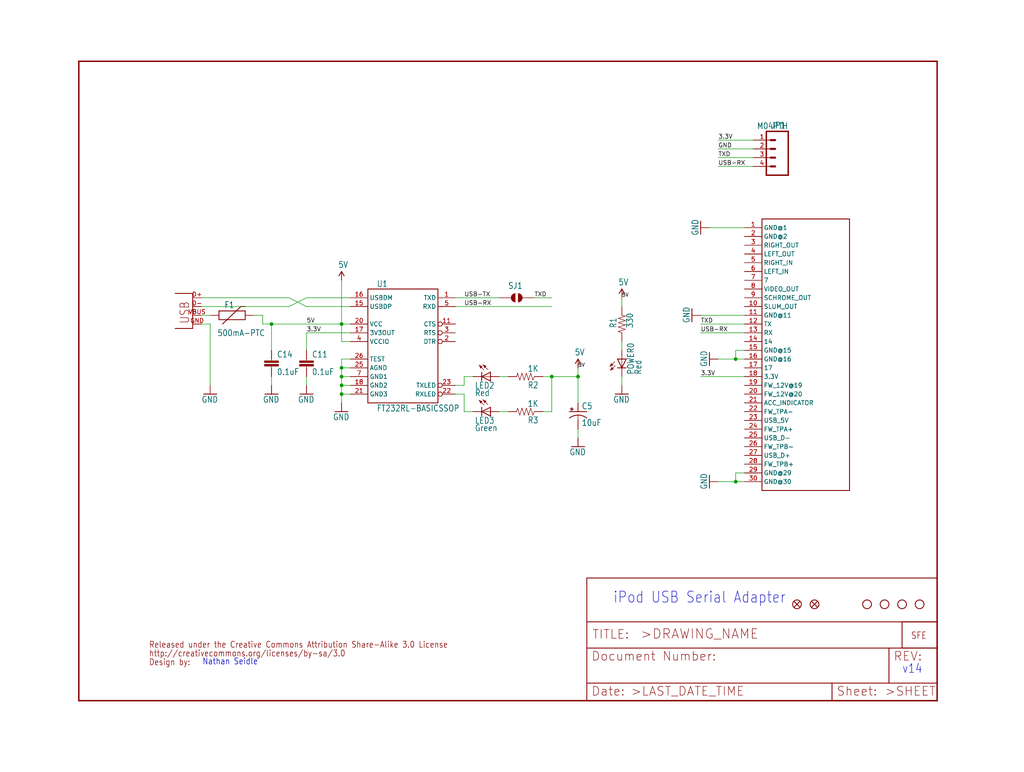
<source format=kicad_sch>
(kicad_sch (version 20211123) (generator eeschema)
  (paper "User" 297.002 223.926)
  (lib_symbols
    (symbol "eagleSchem-eagle-import:5V" (power)
      (property "Value" "5V" (at -1.016 3.556 0))
      (symbol "5V_1_0"
        (polyline (pts (xy 0 2.54) (xy -0.762 1.27)) (stroke (width 0.254)))
        (polyline (pts (xy 0.762 1.27) (xy 0 2.54)) (stroke (width 0.254)))
        (pin power_in line (at 0 0 90) (length 2.54) (name "5V") (number "1"))
      )
    )
    (symbol "eagleSchem-eagle-import:CAP0402"
      (property "Reference" "C" (at 1.524 2.921 0))
      (property "Value" "CAP0402" (at 1.524 -2.159 0))
      (symbol "CAP0402_1_0"
        (rectangle (start -2.032 0.508) (end 2.032 1.016) (fill (type outline)))
        (rectangle (start -2.032 1.524) (end 2.032 2.032) (fill (type outline)))
        (polyline (pts (xy 0 0) (xy 0 0.508)) (stroke (width 0.1524)))
        (polyline (pts (xy 0 2.54) (xy 0 2.032)) (stroke (width 0.1524)))
        (pin passive line (at 0 5.08 270) (length 2.54) (name "1") (number "1"))
        (pin passive line (at 0 -2.54 90) (length 2.54) (name "2") (number "2"))
      )
    )
    (symbol "eagleSchem-eagle-import:CAP_POL1206"
      (property "Reference" "C" (at 1.016 0.635 0))
      (property "Value" "CAP_POL1206" (at 1.016 -4.191 0))
      (symbol "CAP_POL1206_1_0"
        (rectangle (start -2.253 0.668) (end -1.364 0.795) (fill (type outline)))
        (rectangle (start -1.872 0.287) (end -1.745 1.176) (fill (type outline)))
        (arc (start 0 -1.0161) (mid -1.3021 -1.2302) (end -2.4669 -1.8504) (stroke (width 0.254)))
        (polyline (pts (xy -2.54 0) (xy 2.54 0)) (stroke (width 0.254)))
        (polyline (pts (xy 0 -1.016) (xy 0 -2.54)) (stroke (width 0.1524)))
        (arc (start 2.4892 -1.8542) (mid 1.3158 -1.2195) (end 0 -1) (stroke (width 0.254)))
        (pin passive line (at 0 2.54 270) (length 2.54) (name "+") (number "A"))
        (pin passive line (at 0 -5.08 90) (length 2.54) (name "-") (number "C"))
      )
    )
    (symbol "eagleSchem-eagle-import:CREATIVE_COMMONS"
      (symbol "CREATIVE_COMMONS_1_0"
        (text "Design by:" (at 0 0 0) (effects (font (size 1.778 1.5113)) (justify left bottom)))
        (text "http://creativecommons.org/licenses/by-sa/3.0" (at 0 2.54 0) (effects (font (size 1.778 1.5113)) (justify left bottom)))
        (text "Released under the Creative Commons Attribution Share-Alike 3.0 License" (at 0 5.08 0) (effects (font (size 1.778 1.5113)) (justify left bottom)))
      )
    )
    (symbol "eagleSchem-eagle-import:FIDUCIAL1X2"
      (symbol "FIDUCIAL1X2_1_0"
        (polyline (pts (xy -0.762 0.762) (xy 0.762 -0.762)) (stroke (width 0.254)))
        (polyline (pts (xy 0.762 0.762) (xy -0.762 -0.762)) (stroke (width 0.254)))
        (circle (center 0 0) (radius 1.27) (stroke (width 0.254)))
      )
    )
    (symbol "eagleSchem-eagle-import:FRAME-LETTER"
      (symbol "FRAME-LETTER_1_0"
        (polyline (pts (xy 0 0) (xy 248.92 0)) (stroke (width 0.4064)))
        (polyline (pts (xy 0 185.42) (xy 0 0)) (stroke (width 0.4064)))
        (polyline (pts (xy 0 185.42) (xy 248.92 185.42)) (stroke (width 0.4064)))
        (polyline (pts (xy 248.92 185.42) (xy 248.92 0)) (stroke (width 0.4064)))
      )
      (symbol "FRAME-LETTER_2_0"
        (polyline (pts (xy 0 0) (xy 0 5.08)) (stroke (width 0.254)))
        (polyline (pts (xy 0 0) (xy 71.12 0)) (stroke (width 0.254)))
        (polyline (pts (xy 0 5.08) (xy 0 15.24)) (stroke (width 0.254)))
        (polyline (pts (xy 0 5.08) (xy 71.12 5.08)) (stroke (width 0.254)))
        (polyline (pts (xy 0 15.24) (xy 0 22.86)) (stroke (width 0.254)))
        (polyline (pts (xy 0 22.86) (xy 0 35.56)) (stroke (width 0.254)))
        (polyline (pts (xy 0 22.86) (xy 101.6 22.86)) (stroke (width 0.254)))
        (polyline (pts (xy 71.12 0) (xy 101.6 0)) (stroke (width 0.254)))
        (polyline (pts (xy 71.12 5.08) (xy 71.12 0)) (stroke (width 0.254)))
        (polyline (pts (xy 71.12 5.08) (xy 87.63 5.08)) (stroke (width 0.254)))
        (polyline (pts (xy 87.63 5.08) (xy 101.6 5.08)) (stroke (width 0.254)))
        (polyline (pts (xy 87.63 15.24) (xy 0 15.24)) (stroke (width 0.254)))
        (polyline (pts (xy 87.63 15.24) (xy 87.63 5.08)) (stroke (width 0.254)))
        (polyline (pts (xy 101.6 5.08) (xy 101.6 0)) (stroke (width 0.254)))
        (polyline (pts (xy 101.6 15.24) (xy 87.63 15.24)) (stroke (width 0.254)))
        (polyline (pts (xy 101.6 15.24) (xy 101.6 5.08)) (stroke (width 0.254)))
        (polyline (pts (xy 101.6 22.86) (xy 101.6 15.24)) (stroke (width 0.254)))
        (polyline (pts (xy 101.6 35.56) (xy 0 35.56)) (stroke (width 0.254)))
        (polyline (pts (xy 101.6 35.56) (xy 101.6 22.86)) (stroke (width 0.254)))
        (text ">DRAWING_NAME" (at 15.494 17.78 0) (effects (font (size 2.7432 2.7432)) (justify left bottom)))
        (text ">LAST_DATE_TIME" (at 12.7 1.27 0) (effects (font (size 2.54 2.54)) (justify left bottom)))
        (text ">SHEET" (at 86.36 1.27 0) (effects (font (size 2.54 2.54)) (justify left bottom)))
        (text "Date:" (at 1.27 1.27 0) (effects (font (size 2.54 2.54)) (justify left bottom)))
        (text "Document Number:" (at 1.27 11.43 0) (effects (font (size 2.54 2.54)) (justify left bottom)))
        (text "REV:" (at 88.9 11.43 0) (effects (font (size 2.54 2.54)) (justify left bottom)))
        (text "Sheet:" (at 72.39 1.27 0) (effects (font (size 2.54 2.54)) (justify left bottom)))
        (text "TITLE:" (at 1.524 17.78 0) (effects (font (size 2.54 2.54)) (justify left bottom)))
      )
    )
    (symbol "eagleSchem-eagle-import:FT232RL-BASICSSOP"
      (property "Value" "FT232RL-BASICSSOP" (at -7.62 -20.32 0))
      (symbol "FT232RL-BASICSSOP_1_0"
        (polyline (pts (xy -10.16 -17.78) (xy -10.16 15.24)) (stroke (width 0.254)))
        (polyline (pts (xy -10.16 15.24) (xy 10.16 15.24)) (stroke (width 0.254)))
        (polyline (pts (xy 10.16 -17.78) (xy -10.16 -17.78)) (stroke (width 0.254)))
        (polyline (pts (xy 10.16 15.24) (xy 10.16 -17.78)) (stroke (width 0.254)))
        (pin output line (at 15.24 12.7 180) (length 5.08) (name "TXD") (number "1"))
        (pin bidirectional inverted (at 15.24 5.08 180) (length 5.08) (name "CTS") (number "11"))
        (pin bidirectional line (at -15.24 10.16 0) (length 5.08) (name "USBDP") (number "15"))
        (pin bidirectional line (at -15.24 12.7 0) (length 5.08) (name "USBDM") (number "16"))
        (pin output line (at -15.24 2.54 0) (length 5.08) (name "3V3OUT") (number "17"))
        (pin power_in line (at -15.24 -12.7 0) (length 5.08) (name "GND2") (number "18"))
        (pin bidirectional inverted (at 15.24 0 180) (length 5.08) (name "DTR") (number "2"))
        (pin power_in line (at -15.24 5.08 0) (length 5.08) (name "VCC") (number "20"))
        (pin power_in line (at -15.24 -15.24 0) (length 5.08) (name "GND3") (number "21"))
        (pin bidirectional inverted (at 15.24 -15.24 180) (length 5.08) (name "RXLED") (number "22"))
        (pin bidirectional inverted (at 15.24 -12.7 180) (length 5.08) (name "TXLED") (number "23"))
        (pin power_in line (at -15.24 -7.62 0) (length 5.08) (name "AGND") (number "25"))
        (pin input line (at -15.24 -5.08 0) (length 5.08) (name "TEST") (number "26"))
        (pin bidirectional inverted (at 15.24 2.54 180) (length 5.08) (name "RTS") (number "3"))
        (pin power_in line (at -15.24 0 0) (length 5.08) (name "VCCIO") (number "4"))
        (pin input line (at 15.24 10.16 180) (length 5.08) (name "RXD") (number "5"))
        (pin power_in line (at -15.24 -10.16 0) (length 5.08) (name "GND1") (number "7"))
      )
    )
    (symbol "eagleSchem-eagle-import:GND" (power)
      (property "Value" "GND" (at -2.54 -2.54 0))
      (symbol "GND_1_0"
        (polyline (pts (xy -1.905 0) (xy 1.905 0)) (stroke (width 0.254)))
        (pin power_in line (at 0 2.54 270) (length 2.54) (name "GND") (number "1"))
      )
    )
    (symbol "eagleSchem-eagle-import:IPOD_CONNECTOR_FEMALE"
      (symbol "IPOD_CONNECTOR_FEMALE_1_0"
        (polyline (pts (xy -12.7 -40.64) (xy 12.7 -40.64)) (stroke (width 0.254)))
        (polyline (pts (xy -12.7 38.1) (xy -12.7 -40.64)) (stroke (width 0.254)))
        (polyline (pts (xy 12.7 -40.64) (xy 12.7 38.1)) (stroke (width 0.254)))
        (polyline (pts (xy 12.7 38.1) (xy -12.7 38.1)) (stroke (width 0.254)))
        (pin bidirectional line (at -17.78 35.56 0) (length 5.08) (name "GND@1") (number "1"))
        (pin bidirectional line (at -17.78 12.7 0) (length 5.08) (name "SLUM_OUT") (number "10"))
        (pin bidirectional line (at -17.78 10.16 0) (length 5.08) (name "GND@11") (number "11"))
        (pin bidirectional line (at -17.78 7.62 0) (length 5.08) (name "TX") (number "12"))
        (pin bidirectional line (at -17.78 5.08 0) (length 5.08) (name "RX") (number "13"))
        (pin bidirectional line (at -17.78 2.54 0) (length 5.08) (name "14") (number "14"))
        (pin bidirectional line (at -17.78 0 0) (length 5.08) (name "GND@15") (number "15"))
        (pin bidirectional line (at -17.78 -2.54 0) (length 5.08) (name "GND@16") (number "16"))
        (pin bidirectional line (at -17.78 -5.08 0) (length 5.08) (name "17") (number "17"))
        (pin bidirectional line (at -17.78 -7.62 0) (length 5.08) (name "3.3V") (number "18"))
        (pin bidirectional line (at -17.78 -10.16 0) (length 5.08) (name "FW_12V@19") (number "19"))
        (pin bidirectional line (at -17.78 33.02 0) (length 5.08) (name "GND@2") (number "2"))
        (pin bidirectional line (at -17.78 -12.7 0) (length 5.08) (name "FW_12V@20") (number "20"))
        (pin bidirectional line (at -17.78 -15.24 0) (length 5.08) (name "ACC_INDICATOR") (number "21"))
        (pin bidirectional line (at -17.78 -17.78 0) (length 5.08) (name "FW_TPA-") (number "22"))
        (pin bidirectional line (at -17.78 -20.32 0) (length 5.08) (name "USB_5V") (number "23"))
        (pin bidirectional line (at -17.78 -22.86 0) (length 5.08) (name "FW_TPA+") (number "24"))
        (pin bidirectional line (at -17.78 -25.4 0) (length 5.08) (name "USB_D-") (number "25"))
        (pin bidirectional line (at -17.78 -27.94 0) (length 5.08) (name "FW_TPB-") (number "26"))
        (pin bidirectional line (at -17.78 -30.48 0) (length 5.08) (name "USB_D+") (number "27"))
        (pin bidirectional line (at -17.78 -33.02 0) (length 5.08) (name "FW_TPB+") (number "28"))
        (pin bidirectional line (at -17.78 -35.56 0) (length 5.08) (name "GND@29") (number "29"))
        (pin bidirectional line (at -17.78 30.48 0) (length 5.08) (name "RIGHT_OUT") (number "3"))
        (pin bidirectional line (at -17.78 -38.1 0) (length 5.08) (name "GND@30") (number "30"))
        (pin bidirectional line (at -17.78 27.94 0) (length 5.08) (name "LEFT_OUT") (number "4"))
        (pin bidirectional line (at -17.78 25.4 0) (length 5.08) (name "RIGHT_IN") (number "5"))
        (pin bidirectional line (at -17.78 22.86 0) (length 5.08) (name "LEFT_IN") (number "6"))
        (pin bidirectional line (at -17.78 20.32 0) (length 5.08) (name "7") (number "7"))
        (pin bidirectional line (at -17.78 17.78 0) (length 5.08) (name "VIDEO_OUT") (number "8"))
        (pin bidirectional line (at -17.78 15.24 0) (length 5.08) (name "SCHROME_OUT") (number "9"))
      )
    )
    (symbol "eagleSchem-eagle-import:LED0603"
      (property "Reference" "LED" (at 3.556 -4.572 90))
      (property "Value" "LED0603" (at 5.715 -4.572 90))
      (symbol "LED0603_1_0"
        (polyline (pts (xy -2.032 -0.762) (xy -3.429 -2.159)) (stroke (width 0.1524)))
        (polyline (pts (xy -1.905 -1.905) (xy -3.302 -3.302)) (stroke (width 0.1524)))
        (polyline (pts (xy 0 -2.54) (xy -1.27 -2.54)) (stroke (width 0.254)))
        (polyline (pts (xy 0 -2.54) (xy -1.27 0)) (stroke (width 0.254)))
        (polyline (pts (xy 0 0) (xy -1.27 0)) (stroke (width 0.254)))
        (polyline (pts (xy 0 0) (xy 0 -2.54)) (stroke (width 0.1524)))
        (polyline (pts (xy 1.27 -2.54) (xy 0 -2.54)) (stroke (width 0.254)))
        (polyline (pts (xy 1.27 0) (xy 0 -2.54)) (stroke (width 0.254)))
        (polyline (pts (xy 1.27 0) (xy 0 0)) (stroke (width 0.254)))
        (polyline (pts (xy -3.429 -2.159) (xy -3.048 -1.27) (xy -2.54 -1.778)) (fill (type outline)))
        (polyline (pts (xy -3.302 -3.302) (xy -2.921 -2.413) (xy -2.413 -2.921)) (fill (type outline)))
        (pin passive line (at 0 2.54 270) (length 2.54) (name "A") (number "A"))
        (pin passive line (at 0 -5.08 90) (length 2.54) (name "C") (number "C"))
      )
    )
    (symbol "eagleSchem-eagle-import:LOGO-SFENEW"
      (symbol "LOGO-SFENEW_1_0"
        (polyline (pts (xy -2.54 -2.54) (xy 7.62 -2.54)) (stroke (width 0.254)))
        (polyline (pts (xy -2.54 5.08) (xy -2.54 -2.54)) (stroke (width 0.254)))
        (polyline (pts (xy 7.62 -2.54) (xy 7.62 5.08)) (stroke (width 0.254)))
        (polyline (pts (xy 7.62 5.08) (xy -2.54 5.08)) (stroke (width 0.254)))
        (text "SFE" (at 0 0 0) (effects (font (size 1.9304 1.6408)) (justify left bottom)))
      )
    )
    (symbol "eagleSchem-eagle-import:M04PTH"
      (property "Reference" "JP" (at -5.08 8.382 0))
      (property "Value" "M04PTH" (at -5.08 -7.62 0))
      (symbol "M04PTH_1_0"
        (polyline (pts (xy -5.08 7.62) (xy -5.08 -5.08)) (stroke (width 0.4064)))
        (polyline (pts (xy -5.08 7.62) (xy 1.27 7.62)) (stroke (width 0.4064)))
        (polyline (pts (xy -1.27 -2.54) (xy 0 -2.54)) (stroke (width 0.6096)))
        (polyline (pts (xy -1.27 0) (xy 0 0)) (stroke (width 0.6096)))
        (polyline (pts (xy -1.27 2.54) (xy 0 2.54)) (stroke (width 0.6096)))
        (polyline (pts (xy -1.27 5.08) (xy 0 5.08)) (stroke (width 0.6096)))
        (polyline (pts (xy 1.27 -5.08) (xy -5.08 -5.08)) (stroke (width 0.4064)))
        (polyline (pts (xy 1.27 -5.08) (xy 1.27 7.62)) (stroke (width 0.4064)))
        (pin passive line (at 5.08 -2.54 180) (length 5.08) (name "1") (number "1"))
        (pin passive line (at 5.08 0 180) (length 5.08) (name "2") (number "2"))
        (pin passive line (at 5.08 2.54 180) (length 5.08) (name "3") (number "3"))
        (pin passive line (at 5.08 5.08 180) (length 5.08) (name "4") (number "4"))
      )
    )
    (symbol "eagleSchem-eagle-import:PTCSMD"
      (property "Reference" "F" (at -2.54 3.048 0))
      (property "Value" "PTCSMD" (at -3.302 -5.08 0))
      (symbol "PTCSMD_1_0"
        (polyline (pts (xy -2.54 -1.27) (xy -2.54 1.27)) (stroke (width 0.254)))
        (polyline (pts (xy -2.54 1.27) (xy 5.08 1.27)) (stroke (width 0.254)))
        (polyline (pts (xy -1.524 -2.54) (xy 3.81 2.54)) (stroke (width 0.254)))
        (polyline (pts (xy 3.81 2.54) (xy 5.08 2.54)) (stroke (width 0.254)))
        (polyline (pts (xy 5.08 -1.27) (xy -2.54 -1.27)) (stroke (width 0.254)))
        (polyline (pts (xy 5.08 1.27) (xy 5.08 -1.27)) (stroke (width 0.254)))
        (pin bidirectional line (at -5.08 0 0) (length 2.54) (name "1") (number "1"))
        (pin bidirectional line (at 7.62 0 180) (length 2.54) (name "2") (number "2"))
      )
    )
    (symbol "eagleSchem-eagle-import:RESISTOR0402"
      (property "Reference" "R" (at -3.81 1.4986 0))
      (property "Value" "RESISTOR0402" (at -3.81 -3.302 0))
      (symbol "RESISTOR0402_1_0"
        (polyline (pts (xy -2.54 0) (xy -2.159 1.016)) (stroke (width 0.1524)))
        (polyline (pts (xy -2.159 1.016) (xy -1.524 -1.016)) (stroke (width 0.1524)))
        (polyline (pts (xy -1.524 -1.016) (xy -0.889 1.016)) (stroke (width 0.1524)))
        (polyline (pts (xy -0.889 1.016) (xy -0.254 -1.016)) (stroke (width 0.1524)))
        (polyline (pts (xy -0.254 -1.016) (xy 0.381 1.016)) (stroke (width 0.1524)))
        (polyline (pts (xy 0.381 1.016) (xy 1.016 -1.016)) (stroke (width 0.1524)))
        (polyline (pts (xy 1.016 -1.016) (xy 1.651 1.016)) (stroke (width 0.1524)))
        (polyline (pts (xy 1.651 1.016) (xy 2.286 -1.016)) (stroke (width 0.1524)))
        (polyline (pts (xy 2.286 -1.016) (xy 2.54 0)) (stroke (width 0.1524)))
        (pin passive line (at -5.08 0 0) (length 2.54) (name "1") (number "1"))
        (pin passive line (at 5.08 0 180) (length 2.54) (name "2") (number "2"))
      )
    )
    (symbol "eagleSchem-eagle-import:SOLDERJUMPERNC2"
      (property "Reference" "SJ" (at -2.54 2.54 0))
      (symbol "SOLDERJUMPERNC2_1_0"
        (arc (start -0.381 1.2699) (mid -1.6508 0) (end -0.381 -1.2699) (stroke (width 0.0001)) (fill (type outline)))
        (polyline (pts (xy -2.54 0) (xy -1.651 0)) (stroke (width 0.1524)))
        (polyline (pts (xy 2.54 0) (xy 1.651 0)) (stroke (width 0.1524)))
        (arc (start 0.381 -1.2699) (mid 1.6508 0) (end 0.381 1.2699) (stroke (width 0.0001)) (fill (type outline)))
        (pin passive line (at -5.08 0 0) (length 2.54) (name "1") (number "1"))
        (pin passive line (at 5.08 0 180) (length 2.54) (name "2") (number "2"))
      )
    )
    (symbol "eagleSchem-eagle-import:STAND-OFF"
      (symbol "STAND-OFF_1_0"
        (circle (center 0 0) (radius 1.27) (stroke (width 0.254)))
      )
    )
    (symbol "eagleSchem-eagle-import:USBSMD"
      (symbol "USBSMD_1_0"
        (polyline (pts (xy 0 -1.27) (xy 5.08 -1.27)) (stroke (width 0.254)))
        (polyline (pts (xy 0 8.89) (xy 0 -1.27)) (stroke (width 0.254)))
        (polyline (pts (xy 5.08 8.89) (xy 0 8.89)) (stroke (width 0.254)))
        (text "USB" (at 3.81 0 900) (effects (font (size 2.54 2.159)) (justify left bottom)))
        (pin bidirectional line (at -2.54 7.62 0) (length 2.54) (name "D+") (number "D+"))
        (pin bidirectional line (at -2.54 5.08 0) (length 2.54) (name "D-") (number "D-"))
        (pin bidirectional line (at -2.54 0 0) (length 2.54) (name "GND") (number "GND"))
        (pin bidirectional line (at -2.54 2.54 0) (length 2.54) (name "VBUS") (number "VBUS"))
      )
    )
    (symbol "eagleSchem-eagle-import:VCC" (power)
      (property "Value" "VCC" (at -1.016 3.556 0))
      (symbol "VCC_1_0"
        (polyline (pts (xy 0 2.54) (xy -0.762 1.27)) (stroke (width 0.254)))
        (polyline (pts (xy 0.762 1.27) (xy 0 2.54)) (stroke (width 0.254)))
        (pin power_in line (at 0 0 90) (length 2.54) (name "VCC") (number "1"))
      )
    )
  )
  (junction (at 99.06 109.22))
  (junction (at 99.06 106.68))
  (junction (at 160.02 109.22))
  (junction (at 78.74 93.98))
  (junction (at 213.36 104.14))
  (junction (at 167.64 109.22))
  (junction (at 213.36 139.7))
  (junction (at 99.06 114.3))
  (junction (at 99.06 111.76))
  (junction (at 99.06 93.98))
  (wire (pts (xy 205.74 66.04) (xy 215.9 66.04)))
  (wire (pts (xy 132.08 86.36) (xy 144.78 86.36)))
  (wire (pts (xy 99.06 99.06) (xy 99.06 93.98)))
  (wire (pts (xy 215.9 139.7) (xy 213.36 139.7)))
  (wire (pts (xy 180.34 101.6) (xy 180.34 99.06)))
  (wire (pts (xy 134.62 109.22) (xy 134.62 111.76)))
  (wire (pts (xy 167.64 109.22) (xy 167.64 116.84)))
  (wire (pts (xy 160.02 109.22) (xy 157.48 109.22)))
  (wire (pts (xy 99.06 104.14) (xy 99.06 106.68)))
  (wire (pts (xy 215.9 101.6) (xy 213.36 101.6)))
  (wire (pts (xy 180.34 111.76) (xy 180.34 109.22)))
  (wire (pts (xy 60.96 93.98) (xy 60.96 111.76)))
  (wire (pts (xy 101.6 111.76) (xy 99.06 111.76)))
  (wire (pts (xy 134.62 111.76) (xy 132.08 111.76)))
  (wire (pts (xy 88.9 111.76) (xy 88.9 109.22)))
  (wire (pts (xy 215.9 104.14) (xy 213.36 104.14)))
  (wire (pts (xy 160.02 119.38) (xy 160.02 109.22)))
  (wire (pts (xy 99.06 106.68) (xy 99.06 109.22)))
  (wire (pts (xy 213.36 101.6) (xy 213.36 104.14)))
  (wire (pts (xy 147.32 119.38) (xy 144.78 119.38)))
  (wire (pts (xy 78.74 101.6) (xy 78.74 93.98)))
  (wire (pts (xy 76.2 93.98) (xy 78.74 93.98)))
  (wire (pts (xy 76.2 91.44) (xy 76.2 93.98)))
  (wire (pts (xy 215.9 137.16) (xy 213.36 137.16)))
  (wire (pts (xy 83.82 88.9) (xy 88.9 86.36)))
  (wire (pts (xy 218.44 43.18) (xy 208.28 43.18)))
  (wire (pts (xy 99.06 114.3) (xy 99.06 116.84)))
  (wire (pts (xy 88.9 96.52) (xy 88.9 101.6)))
  (wire (pts (xy 101.6 99.06) (xy 99.06 99.06)))
  (wire (pts (xy 101.6 106.68) (xy 99.06 106.68)))
  (wire (pts (xy 160.02 109.22) (xy 167.64 109.22)))
  (wire (pts (xy 101.6 114.3) (xy 99.06 114.3)))
  (wire (pts (xy 134.62 119.38) (xy 137.16 119.38)))
  (wire (pts (xy 101.6 104.14) (xy 99.06 104.14)))
  (wire (pts (xy 167.64 106.68) (xy 167.64 109.22)))
  (wire (pts (xy 88.9 86.36) (xy 101.6 86.36)))
  (wire (pts (xy 218.44 45.72) (xy 208.28 45.72)))
  (wire (pts (xy 213.36 139.7) (xy 208.28 139.7)))
  (wire (pts (xy 218.44 40.64) (xy 208.28 40.64)))
  (wire (pts (xy 180.34 86.36) (xy 180.34 88.9)))
  (wire (pts (xy 213.36 104.14) (xy 208.28 104.14)))
  (wire (pts (xy 99.06 111.76) (xy 99.06 114.3)))
  (wire (pts (xy 215.9 96.52) (xy 203.2 96.52)))
  (wire (pts (xy 215.9 109.22) (xy 203.2 109.22)))
  (wire (pts (xy 134.62 114.3) (xy 134.62 119.38)))
  (wire (pts (xy 99.06 93.98) (xy 99.06 81.28)))
  (wire (pts (xy 132.08 88.9) (xy 160.02 88.9)))
  (wire (pts (xy 99.06 93.98) (xy 101.6 93.98)))
  (wire (pts (xy 218.44 48.26) (xy 208.28 48.26)))
  (wire (pts (xy 58.42 91.44) (xy 60.96 91.44)))
  (wire (pts (xy 101.6 109.22) (xy 99.06 109.22)))
  (wire (pts (xy 83.82 86.36) (xy 88.9 88.9)))
  (wire (pts (xy 213.36 137.16) (xy 213.36 139.7)))
  (wire (pts (xy 215.9 93.98) (xy 203.2 93.98)))
  (wire (pts (xy 154.94 86.36) (xy 160.02 86.36)))
  (wire (pts (xy 78.74 93.98) (xy 99.06 93.98)))
  (wire (pts (xy 58.42 86.36) (xy 83.82 86.36)))
  (wire (pts (xy 58.42 93.98) (xy 60.96 93.98)))
  (wire (pts (xy 167.64 124.46) (xy 167.64 127)))
  (wire (pts (xy 101.6 96.52) (xy 88.9 96.52)))
  (wire (pts (xy 157.48 119.38) (xy 160.02 119.38)))
  (wire (pts (xy 99.06 109.22) (xy 99.06 111.76)))
  (wire (pts (xy 58.42 88.9) (xy 83.82 88.9)))
  (wire (pts (xy 78.74 111.76) (xy 78.74 109.22)))
  (wire (pts (xy 73.66 91.44) (xy 76.2 91.44)))
  (wire (pts (xy 147.32 109.22) (xy 144.78 109.22)))
  (wire (pts (xy 215.9 91.44) (xy 203.2 91.44)))
  (wire (pts (xy 137.16 109.22) (xy 134.62 109.22)))
  (wire (pts (xy 132.08 114.3) (xy 134.62 114.3)))
  (wire (pts (xy 88.9 88.9) (xy 101.6 88.9)))
  (text "v14" (at 261.62 195.58 180) (effects (font (size 2.54 2.159)) (justify left bottom)))
  (text "Nathan Seidle" (at 58.674 193.04 180) (effects (font (size 1.778 1.5113)) (justify left bottom)))
  (text "iPod USB Serial Adapter" (at 177.8 175.26 180) (effects (font (size 3.175 2.6987)) (justify left bottom)))
  (label "5V" (at 167.64 106.68 0) (effects (font (size 1.016 1.016))))
  (label "USB-RX" (at 134.62 88.9 0) (effects (font (size 1.2446 1.2446))))
  (label "TXD" (at 203.2 93.98 0) (effects (font (size 1.2446 1.2446))))
  (label "3.3V" (at 203.2 109.22 0) (effects (font (size 1.2446 1.2446))))
  (label "GND" (at 208.28 43.18 0) (effects (font (size 1.2446 1.2446))))
  (label "3.3V" (at 88.9 96.52 0) (effects (font (size 1.2446 1.2446))))
  (label "5V" (at 180.34 86.36 0) (effects (font (size 1.016 1.016))))
  (label "USB-TX" (at 134.62 86.36 0) (effects (font (size 1.2446 1.2446))))
  (label "USB-RX" (at 203.2 96.52 0) (effects (font (size 1.2446 1.2446))))
  (label "TXD" (at 208.28 45.72 0) (effects (font (size 1.2446 1.2446))))
  (label "TXD" (at 154.94 86.36 0) (effects (font (size 1.2446 1.2446))))
  (label "USB-RX" (at 208.28 48.26 0) (effects (font (size 1.2446 1.2446))))
  (label "3.3V" (at 208.28 40.64 0) (effects (font (size 1.2446 1.2446))))
  (label "5V" (at 88.9 93.98 0) (effects (font (size 1.2446 1.2446))))
  (symbol (lib_id "eagleSchem-eagle-import:STAND-OFF") (at 251.46 175.26 0) (unit 1)
    (property "Reference" "U$7" (effects hide))
    (property "Value" "STAND-OFF" (effects hide))
    (property "Footprint" "eagleSchem:STAND-OFF" (effects hide))
  )
  (symbol (lib_id "eagleSchem-eagle-import:FIDUCIAL1X2") (at 236.22 175.26 0) (unit 1)
    (property "Reference" "U$8" (effects hide))
    (property "Value" "FIDUCIAL1X2" (effects hide))
    (property "Footprint" "eagleSchem:FIDUCIAL-1X2" (effects hide))
  )
  (symbol (lib_id "eagleSchem-eagle-import:RESISTOR0402") (at 152.4 119.38 180) (unit 1)
    (property "Reference" "R3" (at 156.21 120.8786 0) (effects (font (size 1.778 1.5113)) (justify left bottom)))
    (property "Value" "1K" (at 156.21 116.078 0) (effects (font (size 1.778 1.5113)) (justify left bottom)))
    (property "Footprint" "eagleSchem:C0402" (effects hide))
  )
  (symbol (lib_id "eagleSchem-eagle-import:FIDUCIAL1X2") (at 231.14 175.26 0) (unit 1)
    (property "Reference" "U$4" (effects hide))
    (property "Value" "FIDUCIAL1X2" (effects hide))
    (property "Footprint" "eagleSchem:FIDUCIAL-1X2" (effects hide))
  )
  (symbol (lib_id "eagleSchem-eagle-import:M04PTH") (at 223.52 43.18 180) (unit 1)
    (property "Reference" "JP1" (at 223.52 37.338 0) (effects (font (size 1.778 1.5113)) (justify right top)))
    (property "Value" "M04PTH" (at 228.6 35.56 0) (effects (font (size 1.778 1.5113)) (justify left bottom)))
    (property "Footprint" "eagleSchem:1X04" (effects hide))
  )
  (symbol (lib_id "eagleSchem-eagle-import:GND") (at 60.96 114.3 0) (unit 1)
    (property "Reference" "#GND18" (effects hide))
    (property "Value" "GND" (at 58.42 116.84 0) (effects (font (size 1.778 1.5113)) (justify left bottom)))
    (property "Footprint" "eagleSchem:" (effects hide))
  )
  (symbol (lib_id "eagleSchem-eagle-import:CAP_POL1206") (at 167.64 119.38 0) (unit 1)
    (property "Reference" "C5" (at 168.656 118.745 0) (effects (font (size 1.778 1.5113)) (justify left bottom)))
    (property "Value" "10uF" (at 168.656 123.571 0) (effects (font (size 1.778 1.5113)) (justify left bottom)))
    (property "Footprint" "eagleSchem:EIA3216" (effects hide))
  )
  (symbol (lib_id "eagleSchem-eagle-import:FT232RL-BASICSSOP") (at 116.84 99.06 0) (unit 1)
    (property "Reference" "U1" (at 109.22 83.312 0) (effects (font (size 1.778 1.5113)) (justify left bottom)))
    (property "Value" "FT232RL-BASICSSOP" (at 109.22 119.38 0) (effects (font (size 1.778 1.5113)) (justify left bottom)))
    (property "Footprint" "eagleSchem:SSOP28DB" (effects hide))
  )
  (symbol (lib_id "eagleSchem-eagle-import:GND") (at 203.2 66.04 270) (unit 1)
    (property "Reference" "#GND8" (effects hide))
    (property "Value" "GND" (at 200.66 63.5 0) (effects (font (size 1.778 1.5113)) (justify left bottom)))
    (property "Footprint" "eagleSchem:" (effects hide))
  )
  (symbol (lib_id "eagleSchem-eagle-import:FRAME-LETTER") (at 170.18 203.2 0) (unit 2)
    (property "Reference" "#FRAME1" (effects hide))
    (property "Value" "FRAME-LETTER" (effects hide))
    (property "Footprint" "eagleSchem:" (effects hide))
  )
  (symbol (lib_id "eagleSchem-eagle-import:GND") (at 205.74 139.7 270) (unit 1)
    (property "Reference" "#GND7" (effects hide))
    (property "Value" "GND" (at 203.2 137.16 0) (effects (font (size 1.778 1.5113)) (justify left bottom)))
    (property "Footprint" "eagleSchem:" (effects hide))
  )
  (symbol (lib_id "eagleSchem-eagle-import:LED0603") (at 180.34 104.14 0) (unit 1)
    (property "Reference" "POWER0" (at 183.896 108.712 90) (effects (font (size 1.778 1.5113)) (justify left bottom)))
    (property "Value" "Red" (at 186.055 108.712 90) (effects (font (size 1.778 1.5113)) (justify left bottom)))
    (property "Footprint" "eagleSchem:LED-0603" (effects hide))
  )
  (symbol (lib_id "eagleSchem-eagle-import:GND") (at 78.74 114.3 0) (unit 1)
    (property "Reference" "#GND27" (effects hide))
    (property "Value" "GND" (at 76.2 116.84 0) (effects (font (size 1.778 1.5113)) (justify left bottom)))
    (property "Footprint" "eagleSchem:" (effects hide))
  )
  (symbol (lib_id "eagleSchem-eagle-import:VCC") (at 167.64 106.68 0) (unit 1)
    (property "Reference" "#P+3" (effects hide))
    (property "Value" "5V" (at 166.624 103.124 0) (effects (font (size 1.778 1.5113)) (justify left bottom)))
    (property "Footprint" "eagleSchem:" (effects hide))
  )
  (symbol (lib_id "eagleSchem-eagle-import:IPOD_CONNECTOR_FEMALE") (at 233.68 101.6 0) (unit 1)
    (property "Reference" "U$2" (effects hide))
    (property "Value" "IPOD_CONNECTOR_FEMALE" (effects hide))
    (property "Footprint" "eagleSchem:IPOD_FEMALE_CONNECTOR" (effects hide))
  )
  (symbol (lib_id "eagleSchem-eagle-import:CAP0402") (at 78.74 106.68 0) (unit 1)
    (property "Reference" "C14" (at 80.264 103.759 0) (effects (font (size 1.778 1.5113)) (justify left bottom)))
    (property "Value" "0.1uF" (at 80.264 108.839 0) (effects (font (size 1.778 1.5113)) (justify left bottom)))
    (property "Footprint" "eagleSchem:C0402" (effects hide))
  )
  (symbol (lib_id "eagleSchem-eagle-import:LOGO-SFENEW") (at 264.16 185.42 0) (unit 1)
    (property "Reference" "U$3" (effects hide))
    (property "Value" "LOGO-SFENEW" (effects hide))
    (property "Footprint" "eagleSchem:SFE-NEW-WEBLOGO" (effects hide))
  )
  (symbol (lib_id "eagleSchem-eagle-import:USBSMD") (at 55.88 93.98 0) (mirror y) (unit 1)
    (property "Reference" "X1" (effects hide))
    (property "Value" "USBSMD" (effects hide))
    (property "Footprint" "eagleSchem:USB-MINIB" (effects hide))
  )
  (symbol (lib_id "eagleSchem-eagle-import:5V") (at 99.06 81.28 0) (unit 1)
    (property "Reference" "#U$14" (effects hide))
    (property "Value" "5V" (at 98.044 77.724 0) (effects (font (size 1.778 1.5113)) (justify left bottom)))
    (property "Footprint" "eagleSchem:" (effects hide))
  )
  (symbol (lib_id "eagleSchem-eagle-import:LED0603") (at 142.24 119.38 270) (unit 1)
    (property "Reference" "LED3" (at 137.668 122.936 90) (effects (font (size 1.778 1.5113)) (justify left bottom)))
    (property "Value" "Green" (at 137.668 125.095 90) (effects (font (size 1.778 1.5113)) (justify left bottom)))
    (property "Footprint" "eagleSchem:LED-0603" (effects hide))
  )
  (symbol (lib_id "eagleSchem-eagle-import:VCC") (at 180.34 86.36 0) (unit 1)
    (property "Reference" "#P+1" (effects hide))
    (property "Value" "5V" (at 179.324 82.804 0) (effects (font (size 1.778 1.5113)) (justify left bottom)))
    (property "Footprint" "eagleSchem:" (effects hide))
  )
  (symbol (lib_id "eagleSchem-eagle-import:PTCSMD") (at 66.04 91.44 0) (unit 1)
    (property "Reference" "F1" (at 65.024 89.408 0) (effects (font (size 1.778 1.5113)) (justify left bottom)))
    (property "Value" "500mA-PTC" (at 62.992 97.536 0) (effects (font (size 1.778 1.5113)) (justify left bottom)))
    (property "Footprint" "eagleSchem:PTC-1206" (effects hide))
  )
  (symbol (lib_id "eagleSchem-eagle-import:GND") (at 205.74 104.14 270) (unit 1)
    (property "Reference" "#GND6" (effects hide))
    (property "Value" "GND" (at 203.2 101.6 0) (effects (font (size 1.778 1.5113)) (justify left bottom)))
    (property "Footprint" "eagleSchem:" (effects hide))
  )
  (symbol (lib_id "eagleSchem-eagle-import:GND") (at 167.64 129.54 0) (unit 1)
    (property "Reference" "#GND3" (effects hide))
    (property "Value" "GND" (at 165.1 132.08 0) (effects (font (size 1.778 1.5113)) (justify left bottom)))
    (property "Footprint" "eagleSchem:" (effects hide))
  )
  (symbol (lib_id "eagleSchem-eagle-import:CREATIVE_COMMONS") (at 43.18 193.04 0) (unit 1)
    (property "Reference" "U$9" (effects hide))
    (property "Value" "CREATIVE_COMMONS" (effects hide))
    (property "Footprint" "eagleSchem:CREATIVE_COMMONS" (effects hide))
  )
  (symbol (lib_id "eagleSchem-eagle-import:STAND-OFF") (at 256.54 175.26 0) (unit 1)
    (property "Reference" "U$6" (effects hide))
    (property "Value" "STAND-OFF" (effects hide))
    (property "Footprint" "eagleSchem:STAND-OFF" (effects hide))
  )
  (symbol (lib_id "eagleSchem-eagle-import:LED0603") (at 142.24 109.22 270) (unit 1)
    (property "Reference" "LED2" (at 137.668 112.776 90) (effects (font (size 1.778 1.5113)) (justify left bottom)))
    (property "Value" "Red" (at 137.668 114.935 90) (effects (font (size 1.778 1.5113)) (justify left bottom)))
    (property "Footprint" "eagleSchem:LED-0603" (effects hide))
  )
  (symbol (lib_id "eagleSchem-eagle-import:SOLDERJUMPERNC2") (at 149.86 86.36 0) (unit 1)
    (property "Reference" "SJ1" (at 147.32 83.82 0) (effects (font (size 1.778 1.5113)) (justify left bottom)))
    (property "Value" "SOLDERJUMPERNC2" (effects hide))
    (property "Footprint" "eagleSchem:SJ_2S" (effects hide))
  )
  (symbol (lib_id "eagleSchem-eagle-import:GND") (at 180.34 114.3 0) (unit 1)
    (property "Reference" "#GND10" (effects hide))
    (property "Value" "GND" (at 177.8 116.84 0) (effects (font (size 1.778 1.5113)) (justify left bottom)))
    (property "Footprint" "eagleSchem:" (effects hide))
  )
  (symbol (lib_id "eagleSchem-eagle-import:STAND-OFF") (at 266.7 175.26 0) (unit 1)
    (property "Reference" "U$1" (effects hide))
    (property "Value" "STAND-OFF" (effects hide))
    (property "Footprint" "eagleSchem:STAND-OFF" (effects hide))
  )
  (symbol (lib_id "eagleSchem-eagle-import:GND") (at 99.06 119.38 0) (unit 1)
    (property "Reference" "#GND21" (effects hide))
    (property "Value" "GND" (at 96.52 121.92 0) (effects (font (size 1.778 1.5113)) (justify left bottom)))
    (property "Footprint" "eagleSchem:" (effects hide))
  )
  (symbol (lib_id "eagleSchem-eagle-import:RESISTOR0402") (at 152.4 109.22 180) (unit 1)
    (property "Reference" "R2" (at 156.21 110.7186 0) (effects (font (size 1.778 1.5113)) (justify left bottom)))
    (property "Value" "1K" (at 156.21 105.918 0) (effects (font (size 1.778 1.5113)) (justify left bottom)))
    (property "Footprint" "eagleSchem:C0402" (effects hide))
  )
  (symbol (lib_id "eagleSchem-eagle-import:CAP0402") (at 88.9 106.68 0) (unit 1)
    (property "Reference" "C11" (at 90.424 103.759 0) (effects (font (size 1.778 1.5113)) (justify left bottom)))
    (property "Value" "0.1uF" (at 90.424 108.839 0) (effects (font (size 1.778 1.5113)) (justify left bottom)))
    (property "Footprint" "eagleSchem:C0402" (effects hide))
  )
  (symbol (lib_id "eagleSchem-eagle-import:STAND-OFF") (at 261.62 175.26 0) (unit 1)
    (property "Reference" "U$5" (effects hide))
    (property "Value" "STAND-OFF" (effects hide))
    (property "Footprint" "eagleSchem:STAND-OFF" (effects hide))
  )
  (symbol (lib_id "eagleSchem-eagle-import:GND") (at 88.9 114.3 0) (unit 1)
    (property "Reference" "#GND20" (effects hide))
    (property "Value" "GND" (at 86.36 116.84 0) (effects (font (size 1.778 1.5113)) (justify left bottom)))
    (property "Footprint" "eagleSchem:" (effects hide))
  )
  (symbol (lib_id "eagleSchem-eagle-import:FRAME-LETTER") (at 22.86 203.2 0) (unit 1)
    (property "Reference" "#FRAME1" (effects hide))
    (property "Value" "FRAME-LETTER" (effects hide))
    (property "Footprint" "eagleSchem:" (effects hide))
  )
  (symbol (lib_id "eagleSchem-eagle-import:GND") (at 200.66 91.44 270) (unit 1)
    (property "Reference" "#GND9" (effects hide))
    (property "Value" "GND" (at 198.12 88.9 0) (effects (font (size 1.778 1.5113)) (justify left bottom)))
    (property "Footprint" "eagleSchem:" (effects hide))
  )
  (symbol (lib_id "eagleSchem-eagle-import:RESISTOR0402") (at 180.34 93.98 90) (unit 1)
    (property "Reference" "R1" (at 178.8414 95.25 0) (effects (font (size 1.778 1.5113)) (justify left bottom)))
    (property "Value" "330" (at 183.642 95.25 0) (effects (font (size 1.778 1.5113)) (justify left bottom)))
    (property "Footprint" "eagleSchem:C0402" (effects hide))
  )
)
</source>
